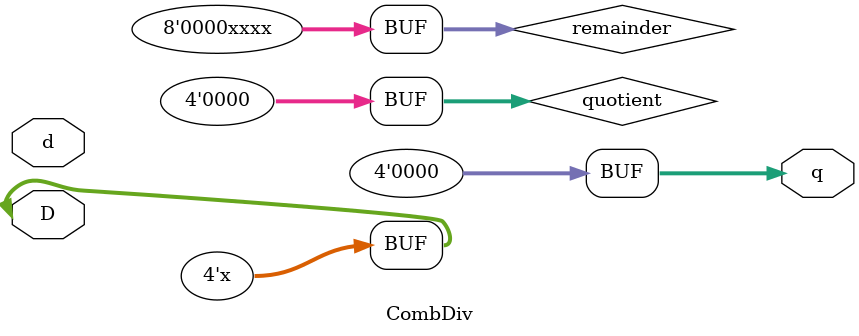
<source format=sv>
module CombDiv(
    input [3:0] D, d,
    output [3:0] q
);
    reg [3:0] quotient;
    reg [7:0] remainder;
    reg div_valid;
    
    // Division validity check
    always @(*) begin
        div_valid = (d != 0);
    end
    
    // Initialize division
    always @(*) begin
        remainder = {4'b0000, D};
        quotient = 4'b0000;
    end
    
    // Division step 1-4
    always @(*) begin
        if (div_valid && remainder >= {4'b0000, d}) begin
            remainder = remainder - {4'b0000, d};
            quotient[0] = 1'b1;
        end
    end
    
    // Division step 2-4
    always @(*) begin
        if (div_valid && remainder >= {4'b0000, d}) begin
            remainder = remainder - {4'b0000, d};
            quotient = quotient + 1'b1;
        end
    end
    
    // Division step 3-4
    always @(*) begin
        if (div_valid && remainder >= {4'b0000, d}) begin
            remainder = remainder - {4'b0000, d};
            quotient = quotient + 1'b1;
        end
    end
    
    // Division step 4-4
    always @(*) begin
        if (div_valid && remainder >= {4'b0000, d}) begin
            remainder = remainder - {4'b0000, d};
            quotient = quotient + 1'b1;
        end
    end
    
    // Division step 5-8
    always @(*) begin
        if (div_valid && remainder >= {4'b0000, d}) begin
            remainder = remainder - {4'b0000, d};
            quotient = quotient + 1'b1;
        end
    end
    
    // Division step 6-8
    always @(*) begin
        if (div_valid && remainder >= {4'b0000, d}) begin
            remainder = remainder - {4'b0000, d};
            quotient = quotient + 1'b1;
        end
    end
    
    // Division step 7-8
    always @(*) begin
        if (div_valid && remainder >= {4'b0000, d}) begin
            remainder = remainder - {4'b0000, d};
            quotient = quotient + 1'b1;
        end
    end
    
    // Division step 8-8
    always @(*) begin
        if (div_valid && remainder >= {4'b0000, d}) begin
            remainder = remainder - {4'b0000, d};
            quotient = quotient + 1'b1;
        end
    end
    
    // Division step 9-12
    always @(*) begin
        if (div_valid && remainder >= {4'b0000, d}) begin
            remainder = remainder - {4'b0000, d};
            quotient = quotient + 1'b1;
        end
    end
    
    // Division step 10-12
    always @(*) begin
        if (div_valid && remainder >= {4'b0000, d}) begin
            remainder = remainder - {4'b0000, d};
            quotient = quotient + 1'b1;
        end
    end
    
    // Division step 11-12
    always @(*) begin
        if (div_valid && remainder >= {4'b0000, d}) begin
            remainder = remainder - {4'b0000, d};
            quotient = quotient + 1'b1;
        end
    end
    
    // Division step 12-12
    always @(*) begin
        if (div_valid && remainder >= {4'b0000, d}) begin
            remainder = remainder - {4'b0000, d};
            quotient = quotient + 1'b1;
        end
    end
    
    // Division step 13-15
    always @(*) begin
        if (div_valid && remainder >= {4'b0000, d}) begin
            remainder = remainder - {4'b0000, d};
            quotient = quotient + 1'b1;
        end
    end
    
    // Division step 14-15
    always @(*) begin
        if (div_valid && remainder >= {4'b0000, d}) begin
            remainder = remainder - {4'b0000, d};
            quotient = quotient + 1'b1;
        end
    end
    
    // Division step 15-15
    always @(*) begin
        if (div_valid && remainder >= {4'b0000, d}) begin
            remainder = remainder - {4'b0000, d};
            quotient = quotient + 1'b1;
        end
    end
    
    assign q = quotient;
endmodule
</source>
